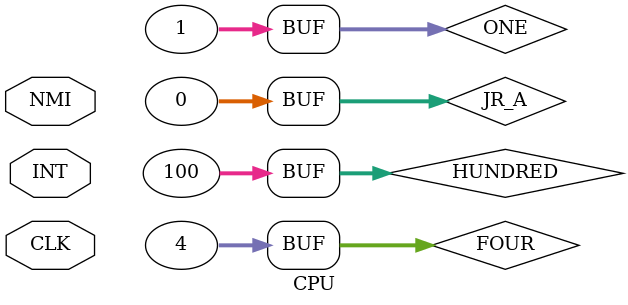
<source format=v>
`timescale 1ns / 1ps
module CPU(CLK, INT , NMI
    );
input CLK , INT , NMI;
//output [31:0] ALUOut,ALUResult,SrcA,SrcB,Inst,Adr,Pc,ImmExt,Data,PcJump;
//output Zero;
wire[31:0] ALU_RESULT, PC,PC1, ADDRESS ,JR_A, INSTRUCTION , DATA , ALUOUT , READ_DATA_A , READ_DATA_B , HUNDRED,FOUR,ONE,EPC; 
wire[31:0] SRCA , SRCB , IMMEXT , PCJUMP , READ_DATA , B , A , WRITE_DATA_REGISTER_FILE ,SHIFT_SIGN_EXTEND , CONCAT_OUT ;
wire [3:0]  ALUCONTROL;
wire [27:0] SHIFT_JUMP;
wire [4:0]DST_REGISTER_FILE ;
wire [1:0] ALUOP, ALUSRCB,BRANCH_EQ_NQ   , MEMTOREG,REGDST;
wire  PCWRITE, IORD, MEMWRITE,  IRWRITE,  ALUSRCA, REGWRITE,BRANCH,ZERO;
wire PCEN;
wire [2:0] PCSRC;
reg FLAG;
assign PCEN = (ZERO & BRANCH)|PCWRITE;
assign HUNDRED = 32'd100;
assign ONE = 32'd1;
assign FOUR = 32'd4;
assign JR_A=0;
reg [31:0] temppc =0;
initial begin
	temppc=0;
	FLAG=1;
end
always@(PC1)begin
	if(FLAG == 1)begin
	FLAG =0;
	temppc=0;
	end
	else begin
		temppc=PC1;
	end
end




// Instantiate the module
PC_FLIPFLOP PC_FLIPFLOP(
    .Data_in(temppc), 
    .Data_out(PC), 
    .CLK(CLK), 
    .EN(PCEN)
    );
	 
	 
	 


// Instantiate the module
MUX2_1 PC_INST(
    .Data_in_0(PC), 
    .Data_in_1(ALUOUT), 
    .sel(IORD), 
    .Data_out(ADDRESS)
    );




// Instantiate the module
memory_unit Memory (
    .Address(ADDRESS), 
    .Rdata(READ_DATA), 
    .Wdata(B), 
    .WEn(MEMWRITE), 
    .CLK(CLK)
    );
FlipFlop_EN INST_FLIPFLOP(
    .Data_in(READ_DATA), 
    .Data_out(INSTRUCTION), 
    .CLK(CLK), 
    .EN(IRWRITE)
    );


// Instantiate the module
FlipFlop DATA_FLIPFLOP(
    .Data_in(READ_DATA), 
    .Data_out(DATA), 
    .CLK(CLK)
    );


// Instantiate the module
MUX_DST_3_1 DSTR_FLIPFLOP (
    .Data_in_0(INSTRUCTION[20:16]), 
    .Data_in_1(INSTRUCTION[15:11]), 
    .Data_in_2(31), 
    .sel(REGDST), 
    .Data_out(DST_REGISTER_FILE)
    );
	 
	 
// Instantiate the module
MultiPlexer WRITE_DATA_FLIPFLOP (
    .Data_in_0(ALUOUT), 
    .Data_in_1(DATA), 
	 .Data_in_2(ALU_RESULT),
    .sel(MEMTOREG), 
    .Data_out(WRITE_DATA_REGISTER_FILE)
    );


// Instantiate the module
RegisterFile REGISTER_FILE(
	 .EPC(EPC),
    .RInA(INSTRUCTION[25:21]), 
    .RInB(INSTRUCTION[20:16]), 
    .OutA(READ_DATA_A), 
    .OutB(READ_DATA_B), 
    .WEn(REGWRITE), 
    .RDest(DST_REGISTER_FILE), 
    .WData(WRITE_DATA_REGISTER_FILE), 
    .CLK(CLK)
    );

// Instantiate the module
FlipFlop READ_A_FLIPFLOP(
    .Data_in(READ_DATA_A), 
    .Data_out(A), 
    .CLK(CLK)
    );

// Instantiate the module
FlipFlop READ_B_FLIPFLOP(
    .Data_in(READ_DATA_B), 
    .Data_out(B), 
    .CLK(CLK)
    );



// Instantiate the module
MUX2_1 SRCA_FLIPFLOP (
    .Data_in_0(PC), 
    .Data_in_1(A), 
    .sel(ALUSRCA), 
    .Data_out(SRCA)
    );

// Instantiate the module
SignExtend SIGN_EXTEND (
    .Data_in(INSTRUCTION[15:0]), 
    .Data_out(IMMEXT)
    );





// Instantiate the module
Shifter_32 shift_JR(
    .Data_in(A), 
    .Data_out(JR_A)
    );



// Instantiate the module
Shifter_32 SHIFTER_IMM (
    .Data_in(IMMEXT), 
    .Data_out(SHIFT_SIGN_EXTEND)
    );
	 

	 
// Instantiate the module
Mux4_1 MUX4 (
    .Data_in_0(B), 
    .Data_in_1(FOUR), 
    .Data_in_2(IMMEXT), 
    .Data_in_3(SHIFT_SIGN_EXTEND), 
    .sel(ALUSRCB), 
    .Data_out(SRCB)
    );


// Instantiate the module
Alu_Control Alu_Control (
    .AluOp(ALUOP), 
    .Func(INSTRUCTION[5:0]), 
    .AluControl(ALUCONTROL)
    );


// Instantiate the module
alu ALU (
	 .BRANCH_EQ_NQ(BRANCH_EQ_NQ),
    .DataA(SRCA), 
    .DataB(SRCB), 
    .Operation(ALUCONTROL), 
    .AluResult(ALU_RESULT), 
    .Zero(ZERO)
    );

// Instantiate the module
FlipFlop ALU_FLIPFLOP(
    .Data_in(ALU_RESULT), 
    .Data_out(ALUOUT), 
    .CLK(CLK)
    );

// Instantiate the module
Shifter_26 instance_name (
    .Data_in(INSTRUCTION[25:0]), 
    .Data_out(SHIFT_JUMP)
    );


// Instantiate the module
Concat CONCAT (
    .PC(PC[31:28]), 
    .Data_in(SHIFT_JUMP), 
    .Data_out(CONCAT_OUT)
    );







// Instantiate the module
MULTIPLEXER5_1 PC_MUX (
    .Data_in_0(ALU_RESULT), 
    .Data_in_1(ALUOUT), 
    .Data_in_2(CONCAT_OUT), 
    .Data_in_3(HUNDRED),  
    .Data_in_4(A*4),
	 .INT(INT),
    .sel(PCSRC), 
    .Data_out(PC1),
	 .EPC(EPC)
    );

// Instantiate the module
Controller Controller (
    .Clk(CLK), 
    .Op(INSTRUCTION[31:26]), 
    .Func(INSTRUCTION[5:0]), 
    .PCWrite(PCWRITE), 
    .lorD(IORD), 
    .MemWrite(MEMWRITE), 
    .MemtoReg(MEMTOREG), 
    .IRWrite(IRWRITE), 
    .PCSrc(PCSRC), 
    .ALUOp(ALUOP), 
    .ALUSrcB(ALUSRCB), 
    .ALUSrcA(ALUSRCA), 
    .RegWrite(REGWRITE), 
    .RegDst(REGDST), 
    .Branch(BRANCH),
	 .BRANCH_EQ_NQ(BRANCH_EQ_NQ)
    );




endmodule
</source>
